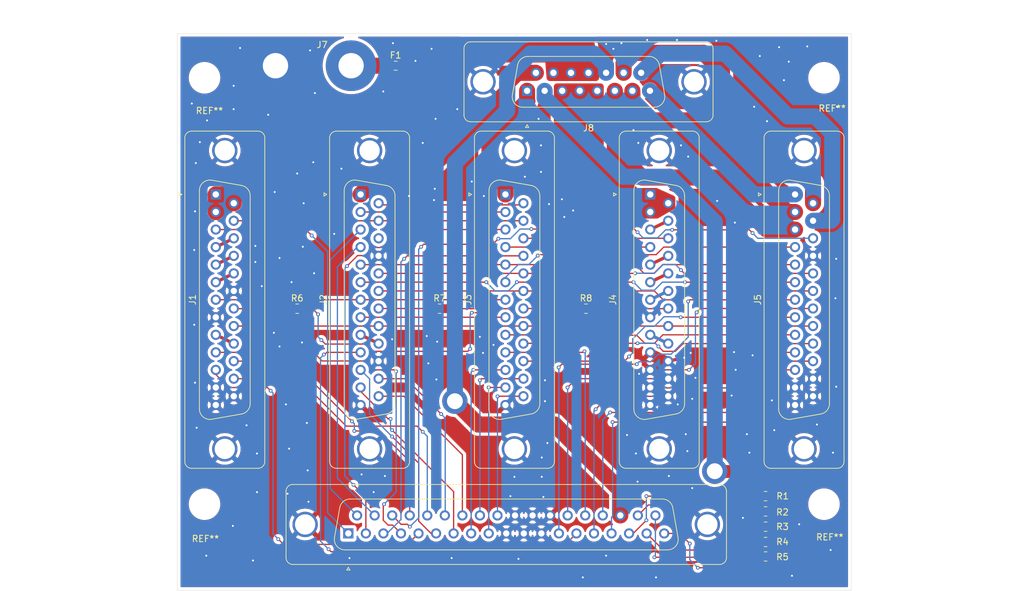
<source format=kicad_pcb>
(kicad_pcb (version 20241229) (generator "pcbnew") (generator_version "9.0")
  (layers (0 "F.Cu" signal) (2 "B.Cu" signal) (13 "F.Paste" user) (15 "B.Paste" user) (5 "F.SilkS" user "F.Silkscreen") (7 "B.SilkS" user "B.Silkscreen") (1 "F.Mask" user) (3 "B.Mask" user) (25 "Edge.Cuts" user))
  (net 0 "")
  (net 1 "Net-(J7-Pin_1)")
  (net 2 "GND")
  (net 3 "/ARINC_Serial_RX")
  (net 4 "Net-(J1-P16)")
  (net 5 "Net-(J1-P17)")
  (net 6 "Net-(J1-P22)")
  (net 7 "/GPS_AUX3")
  (net 8 "/GPS_AUX4")
  (net 9 "/ARINC_Serial_TX")
  (net 10 "Net-(J1-P18)")
  (net 11 "/ADSB_Serial")
  (net 12 "/GPS_AUX2")
  (net 13 "/Lighting_Bus")
  (net 14 "/GPS_AUX1")
  (net 15 "Net-(J1-P14)")
  (net 16 "/GPS_Audio")
  (net 17 "/MFD_AUX3")
  (net 18 "/MFD_Light")
  (net 19 "Net-(J2-P22)")
  (net 20 "/Interdisplay_PFDRX")
  (net 21 "/AP_Serial_TX")
  (net 22 "/MFD_GPS_TX")
  (net 23 "/AP_Serial_RX_1")
  (net 24 "/EIS_Serial_TX")
  (net 25 "/Interdisplay_PFDTX")
  (net 26 "/MFD_AUX4")
  (net 27 "/ARINC_Serial_RX_1")
  (net 28 "/MFD_AUX2")
  (net 29 "/Mag_Power")
  (net 30 "/MFD_Audio")
  (net 31 "/Mag_Serial_TX")
  (net 32 "/MFD_AUX1")
  (net 33 "/NavCom_SerialTX")
  (net 34 "/PFD_Light")
  (net 35 "/PFD_AUX2")
  (net 36 "/PFD_AUX1")
  (net 37 "/ARINC_Serial_RX_2")
  (net 38 "Net-(J3-Pad1)")
  (net 39 "/AP_Serial_RX_2")
  (net 40 "/PFD_AF_2")
  (net 41 "/PFD_AUX4")
  (net 42 "/PFD_Audio")
  (net 43 "/PFD_AF_1")
  (net 44 "/EIS_Serial_RX")
  (net 45 "/NavCom_Serial_TX")
  (net 46 "/PFD_AUX3")
  (net 47 "/Gear_Switch")
  (net 48 "/NavCom_Serial_RX")
  (net 49 "Net-(J4-P18)")
  (net 50 "Net-(J4-P22)")
  (net 51 "Net-(J4-P17)")
  (net 52 "Net-(J4-P19)")
  (net 53 "/Aux_Audio")
  (net 54 "Net-(J4-P15)")
  (net 55 "Net-(J4-P14)")
  (net 56 "/EIS_Light")
  (net 57 "/R_Fuel_Light")
  (net 58 "Net-(J5-P14)")
  (net 59 "/MZ30_Enable")
  (net 60 "/AP_Serial_RX")
  (net 61 "/L_Fuel_Light")
  (net 62 "/MZ30_Enable_GND")
  (net 63 "Net-(J9-Pad36)")
  (net 64 "Net-(J9-Pad37)")
  (net 65 "Net-(J9-Pad19)")
  (net 66 "Net-(J9-Pad18)")
  (net 67 "Net-(J9-Pad17)")
  (net 68 "Net-(J5-Pad3)")
  (net 69 "Net-(J8-P9)")
  (net 70 "Net-(J8-Pad2)")
  (net 71 "Net-(J8-P13)")
  (net 72 "Net-(J5-P15)")
  (net 73 "Net-(J5-Pad2)")
  (net 74 "Net-(J5-Pad1)")
  (footprint "Resistor_SMD:R_0805_2012Metric" (layer "F.Cu") (at 115.57 104.394)
    (property "Reference" "R6")
    (property "Value" "470R")
  )
  (footprint "Connector_Dsub:DSUB-37_Socket_Vertical_P2.77x2.84mm_MountingHoles" (layer "F.Cu") (at 123.641 139.873 180)
    (property "Reference" "J9" (hide yes))
    (property "Value" "Switches_Indicators")
  )
  (footprint "MountingHole:MountingHole_4mm_Pad_TopBottom" (layer "F.Cu") (at 112.141 66.04)
    (property "Reference" "J6" (hide yes))
    (property "Value" "GND1")
  )
  (footprint "MountingHole:MountingHole_4.3mm_M4_ISO7380" (layer "F.Cu") (at 100.9396 67.945)
    (property "Reference" "REF**")
    (property "Value" "MountingHole_4.3mm_M4_ISO7380")
  )
  (footprint "Resistor_SMD:R_0805_2012Metric" (layer "F.Cu") (at 138.049 104.394)
    (property "Reference" "R7")
    (property "Value" "470R")
  )
  (footprint "Resistor_SMD:R_0805_2012Metric" (layer "F.Cu") (at 189.5075 138.811)
    (property "Reference" "R3")
    (property "Value" "0R")
  )
  (footprint "Connector_Dsub:DSUB-25_Socket_Vertical_P2.77x2.84mm_MountingHoles" (layer "F.Cu") (at 148.44 86.36 90)
    (property "Reference" "J3")
    (property "Value" "PFD")
  )
  (footprint "MountingHole:MountingHole_4.3mm_M4_ISO7380" (layer "F.Cu") (at 198.7296 67.945)
    (property "Reference" "REF**")
    (property "Value" "MountingHole_4.3mm_M4_ISO7380")
  )
  (footprint "Fuse:Fuse_0805_2012Metric" (layer "F.Cu") (at 131.1125 66.04)
    (property "Reference" "F1")
    (property "Value" "20A")
  )
  (footprint "Resistor_SMD:R_0805_2012Metric" (layer "F.Cu") (at 189.5075 141.224)
    (property "Reference" "R4")
    (property "Value" "0R")
  )
  (footprint "Resistor_SMD:R_0805_2012Metric" (layer "F.Cu") (at 161.163 104.394)
    (property "Reference" "R8")
    (property "Value" "470R")
  )
  (footprint "MountingHole:MountingHole_4mm_Pad_TopBottom" (layer "F.Cu") (at 124.079 66.04)
    (property "Reference" "J7")
    (property "Value" "GND2")
  )
  (footprint "Connector_Dsub:DSUB-15_Socket_Vertical_P2.77x2.84mm_MountingHoles" (layer "F.Cu") (at 151.862 70 180)
    (property "Reference" "J8")
    (property "Value" "Power_In")
  )
  (footprint "MountingHole:MountingHole_4.3mm_M4_ISO7380" (layer "F.Cu") (at 100.9396 135.255)
    (property "Reference" "REF**")
    (property "Value" "MountingHole_4.3mm_M4_ISO7380")
  )
  (footprint "Resistor_SMD:R_0805_2012Metric" (layer "F.Cu") (at 189.5075 133.985)
    (property "Reference" "R1")
    (property "Value" "0R")
  )
  (footprint "Connector_Dsub:DSUB-25_Socket_Vertical_P2.77x2.84mm_MountingHoles" (layer "F.Cu") (at 171.3 86.36 90)
    (property "Reference" "J4")
    (property "Value" "NavCom")
  )
  (footprint "Connector_Dsub:DSUB-25_Socket_Vertical_P2.77x2.84mm_MountingHoles" (layer "F.Cu") (at 125.58 86.36 90)
    (property "Reference" "J2")
    (property "Value" "MFD")
  )
  (footprint "Connector_Dsub:DSUB-25_Socket_Vertical_P2.77x2.84mm_MountingHoles" (layer "F.Cu") (at 194.16 86.36 90)
    (property "Reference" "J5")
    (property "Value" "Airframe")
  )
  (footprint "Resistor_SMD:R_0805_2012Metric" (layer "F.Cu") (at 189.5075 143.51)
    (property "Reference" "R5")
    (property "Value" "0R")
  )
  (footprint "MountingHole:MountingHole_4.3mm_M4_ISO7380" (layer "F.Cu") (at 198.7296 135.255)
    (property "Reference" "REF**")
    (property "Value" "MountingHole_4.3mm_M4_ISO7380")
  )
  (footprint "Resistor_SMD:R_0805_2012Metric" (layer "F.Cu") (at 189.5075 136.398)
    (property "Reference" "R2")
    (property "Value" "0R")
  )
  (footprint "Connector_Dsub:DSUB-25_Socket_Vertical_P2.77x2.84mm_MountingHoles" (layer "F.Cu") (at 102.72014 86.36 90)
    (property "Reference" "J1")
    (property "Value" "GPS/ARINC")
  )
  (gr_poly (pts (xy 156.591 69.342) (xy 156.591 82.423) (xy 163.576 89.662) (xy 172.339 89.662) (xy 174.752 88.265) (xy 174.752 86.995) (xy 172.212 85.852) (xy 169.037 85.852) (xy 163.449 80.264) (xy 163.449 69.342)) (stroke (width 1.016)) (fill yes) (layer "F.Cu") (net 55))
  (gr_poly (pts (xy 162.722932 67.183) (xy 161.960932 62.23) (xy 154.975932 62.23) (xy 155.448 67.945) (xy 162.722932 67.945)) (stroke (width 1.016)) (fill yes) (layer "F.Cu") (net 15))
  (gr_rect (start 96.647 60.96) (end 203.0222 148.844) (stroke (width 0.05)) (fill no) (layer "Edge.Cuts"))
  (segment (start 124.079 66.04) (end 130.0915 66.04) (width 2.54) (layer "F.Cu") (net 1))
  (segment (start 174.14 112.675) (end 171.3 114.06) (width 1.27) (layer "F.Cu") (net 2))
  (segment (start 174.14 112.675) (end 176.657 112.141) (width 0.508) (layer "F.Cu") (net 2))
  (segment (start 171.3 111.29) (end 174.14 112.675) (width 1.27) (layer "F.Cu") (net 2))
  (via (at 170.815 61.976) (size 0.6) (drill 0.3) (layers "F.Cu" "B.Cu") (net 2))
  (via (at 169.545 114.681) (size 0.6) (drill 0.3) (layers "F.Cu" "B.Cu") (net 2))
  (via (at 184.785 114.046) (size 0.6) (drill 0.3) (layers "F.Cu" "B.Cu") (net 2))
  (via (at 166.751 62.484) (size 0.6) (drill 0.3) (layers "F.Cu" "B.Cu") (net 2))
  (via (at 169.037 127.254) (size 0.6) (drill 0.3) (layers "F.Cu" "B.Cu") (net 2))
  (via (at 136.017 108.712) (size 0.6) (drill 0.3) (layers "F.Cu" "B.Cu") (net 2))
  (via (at 135.382 78.232) (size 0.6) (drill 0.3) (layers "F.Cu" "B.Cu") (net 2))
  (via (at 175.641 119.507) (size 0.6) (drill 0.3) (layers "F.Cu" "B.Cu") (net 2))
  (via (at 146.558 110.109) (size 0.6) (drill 0.3) (layers "F.Cu" "B.Cu") (net 2))
  (via (at 177.165 126.873) (size 0.6) (drill 0.3) (layers "F.Cu" "B.Cu") (net 2))
  (via (at 192.405 68.326) (size 0.6) (drill 0.3) (layers "F.Cu" "B.Cu") (net 2))
  (via (at 176.149 78.613) (size 0.6) (drill 0.3) (layers "F.Cu" "B.Cu") (net 2))
  (via (at 191.643 63.119) (size 0.6) (drill 0.3) (layers "F.Cu" "B.Cu") (net 2))
  (via (at 164.338 62.611) (size 0.6) (drill 0.3) (layers "F.Cu" "B.Cu") (net 2))
  (via (at 176.657 112.141) (size 0.6) (drill 0.3) (layers "F.Cu" "B.Cu") (net 2))
  (via (at 149.225 133.985) (size 0.6) (drill 0.3) (layers "F.Cu" "B.Cu") (net 2))
  (via (at 136.271 113.03) (size 0.6) (drill 0.3) (layers "F.Cu" "B.Cu") (net 2))
  (via (at 154.686 118.999) (size 0.6) (drill 0.3) (layers "F.Cu" "B.Cu") (net 2))
  (via (at 185.928 137.414) (size 0.6) (drill 0.3) (layers "F.Cu" "B.Cu") (net 2))
  (via (at 101.219 143.383) (size 0.6) (drill 0.3) (layers "F.Cu" "B.Cu") (net 2))
  (via (at 184.531 111.252) (size 0.6) (drill 0.3) (layers "F.Cu" "B.Cu") (net 2))
  (via (at 133.223 86.614) (size 0.6) (drill 0.3) (layers "F.Cu" "B.Cu") (net 2))
  (via (at 200.533 102.743) (size 0.6) (drill 0.3) (layers "F.Cu" "B.Cu") (net 2))
  (via (at 115.57 83.058) (size 0.6) (drill 0.3) (layers "F.Cu" "B.Cu") (net 2))
  (via (at 165.481 63.373) (size 0.6) (drill 0.3) (layers "F.Cu" "B.Cu") (net 2))
  (via (at 175.514 61.976) (size 0.6) (drill 0.3) (layers "F.Cu" "B.Cu") (net 2))
  (via (at 109.22 133.35) (size 0.6) (drill 0.3) (layers "F.Cu" "B.Cu") (net 2))
  (via (at 174.244 130.81) (size 0.6) (drill 0.3) (layers "F.Cu" "B.Cu") (net 2))
  (via (at 130.556 109.22) (size 0.6) (drill 0.3) (layers "F.Cu" "B.Cu") (net 2))
  (via (at 105.41 138.684) (size 0.6) (drill 0.3) (layers "F.Cu" "B.Cu") (net 2))
  (via (at 121.412 92.583) (size 0.6) (drill 0.3) (layers "F.Cu" "B.Cu") (net 2))
  (via (at 200.66 96.52) (size 0.6) (drill 0.3) (layers "F.Cu" "B.Cu") (net 2))
  (via (at 149.86 130.937) (size 0.6) (drill 0.3) (layers "F.Cu" "B.Cu") (net 2))
  (via (at 154.432 134.112) (size 0.6) (drill 0.3) (layers "F.Cu" "B.Cu") (net 2))
  (via (at 186.563 124.206) (size 0.6) (drill 0.3) (layers "F.Cu" "B.Cu") (net 2))
  (via (at 172.212 146.812) (size 0.6) (drill 0.3) (layers "F.Cu" "B.Cu") (net 2))
  (via (at 176.911 124.206) (size 0.6) (drill 0.3) (layers "F.Cu" "B.Cu") (net 2))
  (via (at 154.178 130.937) (size 0.6) (drill 0.3) (layers "F.Cu" "B.Cu") (net 2))
  (via (at 130.683 62.484) (size 0.6) (drill 0.3) (layers "F.Cu" "B.Cu") (net 2))
  (via (at 169.291 131.699) (size 0.6) (drill 0.3) (layers "F.Cu" "B.Cu") (net 2))
  (via (at 137.668 109.601) (size 0.6) (drill 0.3) (layers "F.Cu" "B.Cu") (net 2))
  (via (at 137.16 87.249) (size 0.6) (drill 0.3) (layers "F.Cu" "B.Cu") (net 2))
  (via (at 101.346 74.676) (size 0.6) (drill 0.3) (layers "F.Cu" "B.Cu") (net 2))
  (via (at 107.569 122.809) (size 0.6) (drill 0.3) (layers "F.Cu" "B.Cu") (net 2))
  (via (at 200.787 72.517) (size 0.6) (drill 0.3) (layers "F.Cu" "B.Cu") (net 2))
  (via (at 112.776 96.393) (size 0.6) (drill 0.3) (layers "F.Cu" "B.Cu") (net 2))
  (via (at 99.441 116.078) (size 0.6) (drill 0.3) (layers "F.Cu" "B.Cu") (net 2))
  (via (at 106.553 63.246) (size 0.6) (drill 0.3) (layers "F.Cu" "B.Cu") (net 2))
  (via (at 140.843 72.898) (size 0.6) (drill 0.3) (layers "F.Cu" "B.Cu") (net 2))
  (via (at 100.203 78.105) (size 0.6) (drill 0.3) (layers "F.Cu" "B.Cu") (net 2))
  (via (at 157.734 89.916) (size 0.6) (drill 0.3) (layers "F.Cu" "B.Cu") (net 2))
  (via (at 108.585 144.145) (size 0.6) (drill 0.3) (layers "F.Cu" "B.Cu") (net 2))
  (via (at 112.014 85.979) (size 0.6) (drill 0.3) (layers "F.Cu" "B.Cu") (net 2))
  (via (at 155.321 87.884) (size 0.6) (drill 0.3) (layers "F.Cu" "B.Cu") (net 2))
  (via (at 123.825 143.764) (size 0.6) (drill 0.3) (layers "F.Cu" "B.Cu") (net 2))
  (via (at 200.152 127.127) (size 0.6) (drill 0.3) (layers "F.Cu" "B.Cu") (net 2))
  (via (at 143.129 84.328) (size 0.6) (drill 0.3) (layers "F.Cu" "B.Cu") (net 2))
  (via (at 178.435 115.316) (size 0.6) (drill 0.3) (layers "F.Cu" "B.Cu") (net 2))
  (via (at 108.966 97.028) (size 0.6) (drill 0.3) (layers "F.Cu" "B.Cu") (net 2))
  (via (at 200.66 116.713) (size 0.6) (drill 0.3) (layers "F.Cu" "B.Cu") (net 2))
  (via (at 187.452 111.76) (size 0.6) (drill 0.3) (layers "F.Cu" "B.Cu") (net 2))
  (via (at 154.051 78.613) (size 0.6) (drill 0.3) (layers "F.Cu" "B.Cu") (net 2))
  (via (at 196.088 62.992) (size 0.6) (drill 0.3) (layers "F.Cu" "B.Cu") (net 2))
  (via (at 137.541 115.57) (size 0.6) (drill 0.3) (layers "F.Cu" "B.Cu") (net 2))
  (via (at 151.511 83.566) (size 0.6) (drill 0.3) (layers "F.Cu" "B.Cu") (net 2))
  (via (at 116.332 109.728) (size 0.6) (drill 0.3) (layers "F.Cu" "B.Cu") (net 2))
  (via (at 197.612 122.682) (size 0.6) (drill 0.3) (layers "F.Cu" "B.Cu") (net 2))
  (via (at 199.771 142.494) (size 0.6) (drill 0.3) (layers "F.Cu" "B.Cu") (net 2))
  (via (at 99.695 123.19) (size 0.6) (drill 0.3) (layers "F.Cu" "B.Cu") (net 2))
  (via (at 168.656 76.2) (size 0.6) (drill 0.3) (layers "F.Cu" "B.Cu") (net 2))
  (via (at 189.738 74.803) (size 0.6) (drill 0.3) (layers "F.Cu" "B.Cu") (net 2))
  (via (at 136.779 63.373) (size 0.6) (drill 0.3) (layers "F.Cu" "B.Cu") (net 2))
  (via (at 99.568 81.407) (size 0.6) (drill 0.3) (layers "F.Cu" "B.Cu") (net 2))
  (via (at 177.927 132.715) (size 0.6) (drill 0.3) (layers "F.Cu" "B.Cu") (net 2))
  (via (at 154.686 115.697) (size 0.6) (drill 0.3) (layers "F.Cu" "B.Cu") (net 2))
  (via (at 154.178 127.889) (size 0.6) (drill 0.3) (layers "F.Cu" "B.Cu") (net 2))
  (via (at 181.737 62.103) (size 0.6) (drill 0.3) (layers "F.Cu" "B.Cu") (net 2))
  (via (at 187.706 72.517) (size 0.6) (drill 0.3) (layers "F.Cu" "B.Cu") (net 2))
  (via (at 137.414 74.422) (size 0.6) (drill 0.3) (layers "F.Cu" "B.Cu") (net 2))
  (via (at 159.131 88.9) (size 0.6) (drill 0.3) (layers "F.Cu" "B.Cu") (net 2))
  (via (at 122.555 82.296) (size 0.6) (drill 0.3) (layers "F.Cu" "B.Cu") (net 2))
  (via (at 184.15 118.11) (size 0.6) (drill 0.3) (layers "F.Cu" "B.Cu") (net 2))
  (via (at 105.537 69.215) (size 0.6) (drill 0.3) (layers "F.Cu" "B.Cu") (net 2))
  (via (at 108.966 94.488) (size 0.6) (drill 0.3) (layers "F.Cu" "B.Cu") (net 2))
  (via (at 117.602 63.627) (size 0.6) (drill 0.3) (layers "F.Cu" "B.Cu") (net 2))
  (via (at 117.221 129.921) (size 0.6) (drill 0.3) (layers "F.Cu" "B.Cu") (net 2))
  (via (at 113.792 119.507) (size 0.6) (drill 0.3) (layers "F.Cu" "B.Cu") (net 2))
  (via (at 134.239 65.278) (size 0.6) (drill 0.3) (layers "F.Cu" "B.Cu") (net 2))
  (via (at 129.413 130.81) (size 0.6) (drill 0.3) (layers "F.Cu" "B.Cu") (net 2))
  (via (at 114.046 133.604) (size 0.6) (drill 0.3) (layers "F.Cu" "B.Cu") (net 2))
  (via (at 99.314 95.123) (size 0.6) (drill 0.3) (layers "F.Cu" "B.Cu") (net 2))
  (via (at 157.353 87.122) (size 0.6) (drill 0.3) (layers "F.Cu" "B.Cu") (net 2))
  (via (at 109.22 127.254) (size 0.6) (drill 0.3) (layers "F.Cu" "B.Cu") (net 2))
  (via (at 184.658 90.805) (size 0.6) (drill 0.3) (layers "F.Cu" "B.Cu") (net 2))
  (via (at 193.167 65.405) (size 0.6) (drill 0.3) (layers "F.Cu" "B.Cu") (net 2))
  (via (at 193.675 146.558) (size 0.6) (drill 0.3) (layers "F.Cu" "B.Cu") (net 2))
  (via (at 155.067 125.603) (size 0.6) (drill 0.3) (layers "F.Cu" "B.Cu") (net 2))
  (via (at 188.595 64.516) (size 0.6) (drill 0.3) (layers "F.Cu" "B.Cu") (net 2))
  (via (at 105.537 72.898) (size 0.6) (drill 0.3) (layers "F.Cu" "B.Cu") (net 2))
  (via (at 118.364 70.358) (size 0.6) (drill 0.3) (layers "F.Cu" "B.Cu") (net 2))
  (via (at 177.292 80.391) (size 0.6) (drill 0.3) (layers "F.Cu" "B.Cu") (net 2))
  (via (at 181.864 87.376) (size 0.6) (drill 0.3) (layers "F.Cu" "B.Cu") (net 2))
  (via (at 114.3 126.492) (size 0.6) (drill 0.3) (layers "F.Cu" "B.Cu") (net 2))
  (via (at 169.418 78.232) (size 0.6) (drill 0.3) (layers "F.Cu" "B.Cu") (net 2))
  (via (at 110.998 73.787) (size 0.6) (drill 0.3) (layers "F.Cu" "B.Cu") (net 2))
  (via (at 99.441 89.027) (size 0.6) (drill 0.3) (layers "F.Cu" "B.Cu") (net 2))
  (via (at 137.287 85.471) (size 0.6) (drill 0.3) (layers "F.Cu" "B.Cu") (net 2))
  (via (at 194.818 138.43) (size 0.6) (drill 0.3) (layers "F.Cu" "B.Cu") (net 2))
  (via (at 129.159 70.104) (size 0.6) (drill 0.3) (layers "F.Cu" "B.Cu") (net 2))
  (via (at 99.314 106.934) (size 0.6) (drill 0.3) (layers "F.Cu" "B.Cu") (net 2))
  (via (at 116.459 94.615) (size 0.6) (drill 0.3) (layers "F.Cu" "B.Cu") (net 2))
  (via (at 144.907 111.379) (size 0.6) (drill 0.3) (layers "F.Cu" "B.Cu") (net 2))
  (via (at 167.64 124.333) (size 0.6) (drill 0.3) (layers "F.Cu" "B.Cu") (net 2))
  (via (at 111.887 108.204) (size 0.6) (drill 0.3) (layers "F.Cu" "B.Cu") (net 2))
  (via (at 190.5 118.872) (size 0.6) (drill 0.3) (layers "F.Cu" "B.Cu") (net 2))
  (via (at 154.051 82.804) (size 0.6) (drill 0.3) (layers "F.Cu" "B.Cu") (net 2))
  (via (at 98.933 72.009) (size 0.6) (drill 0.3) (layers "F.Cu" "B.Cu") (net 2))
  (via (at 116.586 87.757) (size 0.6) (drill 0.3) (layers "F.Cu" "B.Cu") (net 2))
  (via (at 117.094 122.428) (size 0.6) (drill 0.3) (layers "F.Cu" "B.Cu") (net 2))
  (via (at 118.11 81.28) (size 0.6) (drill 0.3) (layers "F.Cu" "B.Cu") (net 2))
  (via (at 114.681 100.203) (size 0.6) (drill 0.3) (layers "F.Cu" "B.Cu") (net 2))
  (via (at 150.495 143.891) (size 0.6) (drill 0.3) (layers "F.Cu" "B.Cu") (net 2))
  (via (at 177.927 118.618) (size 0.6) (drill 0.3) (layers "F.Cu" "B.Cu") (net 2))
  (via (at 160.655 146.812) (size 0.6) (drill 0.3) (layers "F.Cu" "B.Cu") (net 2))
  (via (at 125.73 130.556) (size 0.6) (drill 0.3) (layers "F.Cu" "B.Cu") (net 2))
  (via (at 164.338 143.383) (size 0.6) (drill 0.3) (layers "F.Cu" "B.Cu") (net 2))
  (via (at 153.67 74.422) (size 0.6) (drill 0.3) (layers "F.Cu" "B.Cu") (net 2))
  (via (at 117.348 134.874) (size 0.6) (drill 0.3) (layers "F.Cu" "B.Cu") (net 2))
  (via (at 112.776 110.363) (size 0.6) (drill 0.3) (layers "F.Cu" "B.Cu") (net 2))
  (via (at 145.034 86.614) (size 0.6) (drill 0.3) (layers "F.Cu" "B.Cu") (net 2))
  (via (at 139.954 143.764) (size 0.6) (drill 0.3) (layers "F.Cu" "B.Cu") (net 2))
  (via (at 177.673 111.379) (size 0.6) (drill 0.3) (layers "F.Cu" "B.Cu") (net 2))
  (via (at 127.635 133.35) (size 0.6) (drill 0.3) (layers "F.Cu" "B.Cu") (net 2))
  (via (at 118.237 98.806) (size 0.6) (drill 0.3) (layers "F.Cu" "B.Cu") (net 2))
  (via (at 186.944 127.127) (size 0.6) (drill 0.3) (layers "F.Cu" "B.Cu") (net 2))
  (via (at 144.399 108.839) (size 0.6) (drill 0.3) (layers "F.Cu" "B.Cu") (net 2))
  (via (at 109.982 100.838) (size 0.6) (drill 0.3) (layers "F.Cu" "B.Cu") (net 2))
  (via (at 190.881 123.571) (size 0.6) (drill 0.3) (layers "F.Cu" "B.Cu") (net 2))
  (via (at 147.32 66.548) (size 0.6) (drill 0.3) (layers "F.Cu" "B.Cu") (net 2))
  (segment (start 171.3 116.83) (end 174.14 118.215) (width 1.27) (layer "B.Cu") (net 2))
  (segment (start 174.14 118.215) (end 171.3 119.6) (width 1.27) (layer "B.Cu") (net 2))
  (segment (start 171.3 114.06) (end 174.14 115.445) (width 1.27) (layer "B.Cu") (net 2))
  (segment (start 174.14 115.445) (end 171.3 116.83) (width 1.27) (layer "B.Cu") (net 2))
  (segment (start 102.72014 91.9) (end 116.919 91.9) (width 0.2) (layer "F.Cu") (net 3))
  (segment (start 116.919 91.9) (end 117.856 92.837) (width 0.2) (layer "F.Cu") (net 3))
  (via (at 117.856 92.837) (size 0.6) (drill 0.3) (layers "F.Cu" "B.Cu") (net 3))
  (segment (start 117.856 92.837) (end 120.376 95.357) (width 0.2) (layer "B.Cu") (net 3))
  (segment (start 120.376 136.608) (end 123.641 139.873) (width 0.2) (layer "B.Cu") (net 3))
  (segment (start 120.376 95.357) (end 120.376 136.608) (width 0.2) (layer "B.Cu") (net 3))
  (segment (start 102.72014 94.67) (end 105.56014 93.285) (width 0.508) (layer "F.Cu") (net 4))
  (segment (start 102.72014 94.67) (end 103.0763 94.31384) (width 0.508) (layer "B.Cu") (net 4))
  (segment (start 102.72014 97.44) (end 105.56014 96.055) (width 0.508) (layer "F.Cu") (net 5))
  (segment (start 102.72014 97.44) (end 103.0763 97.08384) (width 0.508) (layer "B.Cu") (net 5))
  (segment (start 102.72014 108.52) (end 105.56014 109.905) (width 0.508) (layer "F.Cu") (net 6))
  (segment (start 105.203981 109.54884) (end 105.56014 109.905) (width 0.508) (layer "B.Cu") (net 6))
  (segment (start 113.411 141.605) (end 132.989 141.605) (width 0.2) (layer "F.Cu") (net 7))
  (segment (start 132.989 141.605) (end 134.721 139.873) (width 0.2) (layer "F.Cu") (net 7))
  (segment (start 110.871 116.84) (end 104.775 116.84) (width 0.2) (layer "F.Cu") (net 7))
  (segment (start 102.72014 114.78514) (end 102.72014 114.06) (width 0.2) (layer "F.Cu") (net 7))
  (segment (start 111.379 117.348) (end 110.871 116.84) (width 0.2) (layer "F.Cu") (net 7))
  (segment (start 104.775 116.84) (end 102.72014 114.78514) (width 0.2) (layer "F.Cu") (net 7))
  (segment (start 112.5855 140.7795) (end 113.411 141.605) (width 0.2) (layer "F.Cu") (net 7))
  (via (at 111.379 117.348) (size 0.6) (drill 0.3) (layers "F.Cu" "B.Cu") (net 7))
  (via (at 112.5855 140.7795) (size 0.6) (drill 0.3) (layers "F.Cu" "B.Cu") (net 7))
  (segment (start 111.76 139.954) (end 111.76 117.729) (width 0.2) (layer "B.Cu") (net 7))
  (segment (start 112.5855 140.7795) (end 111.76 139.954) (width 0.2) (layer "B.Cu") (net 7))
  (segment (start 111.76 117.729) (end 111.379 117.348) (width 0.2) (layer "B.Cu") (net 7))
  (segment (start 123.317 122.936) (end 115.826 115.445) (width 0.2) (layer "F.Cu") (net 8))
  (segment (start 115.826 115.445) (end 105.56014 115.445) (width 0.2) (layer "F.Cu") (net 8))
  (segment (start 134.493 122.936) (end 123.317 122.936) (width 0.2) (layer "F.Cu") (net 8))
  (segment (start 135.382 123.825) (end 134.493 122.936) (width 0.2) (layer "F.Cu") (net 8))
  (via (at 135.382 123.825) (size 0.6) (drill 0.3) (layers "F.Cu" "B.Cu") (net 8))
  (segment (start 136.106 124.549) (end 136.106 137.033) (width 0.2) (layer "B.Cu") (net 8))
  (segment (start 135.382 123.825) (end 136.106 124.549) (width 0.2) (layer "B.Cu") (net 8))
  (segment (start 128.42 90.515) (end 151.28 90.515) (width 0.2032) (layer "F.Cu") (net 9))
  (segment (start 105.56014 90.515) (end 128.42 90.515) (width 0.2032) (layer "F.Cu") (net 9))
  (segment (start 102.72014 100.21) (end 105.56014 98.825) (width 0.508) (layer "F.Cu") (net 10))
  (segment (start 102.72014 100.21) (end 103.0763 99.85384) (width 0.508) (layer "B.Cu") (net 10))
  (segment (start 125.58 102.98) (end 148.44 102.98) (width 0.2032) (layer "F.Cu") (net 11))
  (segment (start 102.72014 102.98) (end 125.58 102.98) (width 0.2032) (layer "F.Cu") (net 11))
  (segment (start 133.336 128.51) (end 128.524 123.698) (width 0.2) (layer "F.Cu") (net 12))
  (segment (start 133.336 137.033) (end 133.336 128.51) (width 0.2) (layer "F.Cu") (net 12))
  (segment (start 114.707 112.675) (end 105.56014 112.675) (width 0.2) (layer "F.Cu") (net 12))
  (segment (start 124.206 122.174) (end 114.707 112.675) (width 0.2) (layer "F.Cu") (net 12))
  (segment (start 128.524 123.698) (end 124.587 123.698) (width 0.2) (layer "F.Cu") (net 12))
  (via (at 124.587 123.698) (size 0.6) (drill 0.3) (layers "F.Cu" "B.Cu") (net 12))
  (via (at 124.206 122.174) (size 0.6) (drill 0.3) (layers "F.Cu" "B.Cu") (net 12))
  (segment (start 124.587 123.698) (end 124.587 122.555) (width 0.2) (layer "B.Cu") (net 12))
  (segment (start 124.587 122.555) (end 124.206 122.174) (width 0.2) (layer "B.Cu") (net 12))
  (segment (start 174.14 107.135) (end 197 107.135) (width 0.2032) (layer "F.Cu") (net 13))
  (segment (start 105.56014 107.135) (end 128.42 107.135) (width 0.2032) (layer "F.Cu") (net 13))
  (segment (start 128.42 107.135) (end 151.28 107.135) (width 0.2032) (layer "F.Cu") (net 13))
  (segment (start 151.28 107.135) (end 174.14 107.135) (width 0.2032) (layer "F.Cu") (net 13))
  (segment (start 129.286 135.255) (end 129.159 135.382) (width 0.2) (layer "F.Cu") (net 14))
  (segment (start 129.921 138.557) (end 130.635 138.557) (width 0.2) (layer "F.Cu") (net 14))
  (segment (start 129.159 137.795) (end 129.921 138.557) (width 0.2) (layer "F.Cu") (net 14))
  (segment (start 118.148 111.29) (end 119.507 112.649) (width 0.2) (layer "F.Cu") (net 14))
  (segment (start 130.635 138.557) (end 131.951 139.873) (width 0.2) (layer "F.Cu") (net 14))
  (segment (start 119.507 112.649) (end 126.238 112.649) (width 0.2) (layer "F.Cu") (net 14))
  (segment (start 130.937 114.046) (end 131.191 114.3) (width 0.2) (layer "F.Cu") (net 14))
  (segment (start 129.159 135.382) (end 129.159 137.795) (width 0.2) (layer "F.Cu") (net 14))
  (segment (start 126.238 112.649) (end 127.635 114.046) (width 0.2) (layer "F.Cu") (net 14))
  (segment (start 127.635 114.046) (end 130.937 114.046) (width 0.2) (layer "F.Cu") (net 14))
  (segment (start 102.72014 111.29) (end 118.148 111.29) (width 0.2) (layer "F.Cu") (net 14))
  (via (at 131.191 114.3) (size 0.6) (drill 0.3) (layers "F.Cu" "B.Cu") (net 14))
  (via (at 129.286 135.255) (size 0.6) (drill 0.3) (layers "F.Cu" "B.Cu") (net 14))
  (segment (start 131.191 133.35) (end 129.286 135.255) (width 0.2) (layer "B.Cu") (net 14))
  (segment (start 131.191 114.3) (end 131.191 133.35) (width 0.2) (layer "B.Cu") (net 14))
  (segment (start 142.748 63.627) (end 157.226 63.627) (width 3.81) (layer "F.Cu") (net 15))
  (segment (start 102.72014 89.13) (end 104.10514 87.745) (width 2.54) (layer "F.Cu") (net 15))
  (segment (start 104.10514 87.745) (end 105.56014 87.745) (width 2.54) (layer "F.Cu") (net 15))
  (segment (start 102.72014 86.36) (end 102.72014 89.13) (width 2.54) (layer "F.Cu") (net 15))
  (segment (start 157.226 63.627) (end 157.607 64.008) (width 3.81) (layer "F.Cu") (net 15))
  (segment (start 102.72014 86.36) (end 105.283 86.36) (width 2.54) (layer "F.Cu") (net 15))
  (segment (start 117.348 74.295) (end 132.08 74.295) (width 3.81) (layer "F.Cu") (net 15))
  (segment (start 132.08 74.295) (end 142.748 63.627) (width 3.81) (layer "F.Cu") (net 15))
  (segment (start 105.283 86.36) (end 117.348 74.295) (width 3.81) (layer "F.Cu") (net 15))
  (segment (start 114.6575 104.394) (end 105.58914 104.394) (width 0.2032) (layer "F.Cu") (net 16))
  (segment (start 105.58914 104.394) (end 105.56014 104.365) (width 0.2032) (layer "F.Cu") (net 16))
  (segment (start 129.921 121.793) (end 125.58 117.452) (width 0.2) (layer "F.Cu") (net 17))
  (segment (start 125.58 117.452) (end 125.58 116.83) (width 0.2) (layer "F.Cu") (net 17))
  (segment (start 140.261 133.276) (end 140.261 139.873) (width 0.2) (layer "F.Cu") (net 17))
  (segment (start 130.302 121.793) (end 129.921 121.793) (width 0.2) (layer "F.Cu") (net 17))
  (segment (start 130.556 123.571) (end 140.261 133.276) (width 0.2) (layer "F.Cu") (net 17))
  (via (at 130.302 121.793) (size 0.6) (drill 0.3) (layers "F.Cu" "B.Cu") (net 17))
  (via (at 130.556 123.571) (size 0.6) (drill 0.3) (layers "F.Cu" "B.Cu") (net 17))
  (segment (start 130.302 123.317) (end 130.302 121.793) (width 0.2) (layer "B.Cu") (net 17))
  (segment (start 130.556 123.571) (end 130.302 123.317) (width 0.2) (layer "B.Cu") (net 17))
  (segment (start 119.776 111.633) (end 119.888 111.633) (width 0.2) (layer "F.Cu") (net 18))
  (segment (start 119.888 111.633) (end 120.231 111.29) (width 0.2) (layer "F.Cu") (net 18))
  (segment (start 120.523 142.367) (end 120.904 142.748) (width 0.2) (layer "F.Cu") (net 18))
  (segment (start 120.904 142.748) (end 156.776 142.748) (width 0.2) (layer "F.Cu") (net 18))
  (segment (start 120.231 111.29) (end 125.58 111.29) (width 0.2) (layer "F.Cu") (net 18))
  (segment (start 156.776 142.748) (end 159.651 139.873) (width 0.2) (layer "F.Cu") (net 18))
  (via (at 119.776 111.633) (size 0.6) (drill 0.3) (layers "F.Cu" "B.Cu") (net 18))
  (via (at 120.523 142.367) (size 0.6) (drill 0.3) (layers "F.Cu" "B.Cu") (net 18))
  (segment (start 119.253 112.156) (end 119.776 111.633) (width 0.2) (layer "B.Cu") (net 18))
  (segment (start 119.253 141.097) (end 119.253 112.156) (width 0.2) (layer "B.Cu") (net 18))
  (segment (start 120.523 142.367) (end 119.253 141.097) (width 0.2) (layer "B.Cu") (net 18))
  (segment (start 125.58 108.52) (end 128.42 109.905) (width 0.508) (layer "F.Cu") (net 19))
  (segment (start 128.063841 109.54884) (end 128.42 109.905) (width 0.508) (layer "B.Cu") (net 19))
  (segment (start 125.58 89.13) (end 148.44 89.13) (width 0.2032) (layer "F.Cu") (net 20))
  (segment (start 173.2605 97.44) (end 194.16 97.44) (width 0.2032) (layer "F.Cu") (net 21))
  (segment (start 171.8945 98.806) (end 173.2605 97.44) (width 0.2032) (layer "F.Cu") (net 21))
  (segment (start 168.941 97.44) (end 170.307 98.806) (width 0.2032) (layer "F.Cu") (net 21))
  (segment (start 148.44 97.44) (end 168.941 97.44) (width 0.2032) (layer "F.Cu") (net 21))
  (segment (start 125.58 97.44) (end 148.44 97.44) (width 0.2032) (layer "F.Cu") (net 21))
  (segment (start 170.307 98.806) (end 171.8945 98.806) (width 0.2032) (layer "F.Cu") (net 21))
  (segment (start 125.58 105.75) (end 148.44 105.75) (width 0.2032) (layer "F.Cu") (net 22))
  (segment (start 125.58 94.67) (end 125.04 94.67) (width 0.2) (layer "B.Cu") (net 23))
  (segment (start 121.92 97.79) (end 121.92 131.157) (width 0.2) (layer "B.Cu") (net 23))
  (segment (start 125.04 94.67) (end 121.92 97.79) (width 0.2) (layer "B.Cu") (net 23))
  (segment (start 121.92 131.157) (end 127.796 137.033) (width 0.2) (layer "B.Cu") (net 23))
  (segment (start 168.891 98.825) (end 168.91 98.806) (width 0.2) (layer "F.Cu") (net 24))
  (segment (start 168.35795 98.825) (end 168.891 98.825) (width 0.2) (layer "F.Cu") (net 24))
  (segment (start 151.28 98.825) (end 168.35795 98.825) (width 0.2032) (layer "F.Cu") (net 24))
  (segment (start 128.42 98.825) (end 151.28 98.825) (width 0.2032) (layer "F.Cu") (net 24))
  (segment (start 176.149 98.298) (end 176.676 98.825) (width 0.2) (layer "F.Cu") (net 24))
  (segment (start 176.676 98.825) (end 177.146 98.825) (width 0.2) (layer "F.Cu") (net 24))
  (segment (start 177.146 98.825) (end 197 98.825) (width 0.2032) (layer "F.Cu") (net 24))
  (via (at 176.149 98.298) (size 0.6) (drill 0.3) (layers "F.Cu" "B.Cu") (net 24))
  (via (at 168.91 98.806) (size 0.6) (drill 0.3) (layers "F.Cu" "B.Cu") (net 24))
  (segment (start 173.355 97.409) (end 175.26 97.409) (width 0.2) (layer "B.Cu") (net 24))
  (segment (start 168.91 98.806) (end 171.958 98.806) (width 0.2) (layer "B.Cu") (net 24))
  (segment (start 171.958 98.806) (end 173.355 97.409) (width 0.2) (layer "B.Cu") (net 24))
  (segment (start 175.26 97.409) (end 176.149 98.298) (width 0.2) (layer "B.Cu") (net 24))
  (segment (start 128.42 87.745) (end 128.686 88.011) (width 0.2032) (layer "F.Cu") (net 25))
  (segment (start 151.014 88.011) (end 151.28 87.745) (width 0.2032) (layer "F.Cu") (net 25))
  (segment (start 128.686 88.011) (end 151.014 88.011) (width 0.2032) (layer "F.Cu") (net 25))
  (segment (start 141.646 137.033) (end 141.646 127.461057) (width 0.2) (layer "F.Cu") (net 26))
  (segment (start 132.399943 118.215) (end 128.42 118.215) (width 0.2) (layer "F.Cu") (net 26))
  (segment (start 141.646 127.461057) (end 132.399943 118.215) (width 0.2) (layer "F.Cu") (net 26))
  (segment (start 120.777 132.784) (end 120.777 96.703) (width 0.2) (layer "B.Cu") (net 27))
  (segment (start 120.777 96.703) (end 125.58 91.9) (width 0.2) (layer "B.Cu") (net 27))
  (segment (start 125.026 137.033) (end 120.777 132.784) (width 0.2) (layer "B.Cu") (net 27))
  (segment (start 138.303 121.031) (end 132.717 115.445) (width 0.2) (layer "F.Cu") (net 28))
  (segment (start 132.717 115.445) (end 128.42 115.445) (width 0.2) (layer "F.Cu") (net 28))
  (via (at 138.303 121.031) (size 0.6) (drill 0.3) (layers "F.Cu" "B.Cu") (net 28))
  (segment (start 138.938 136.971) (end 138.938 121.666) (width 0.2) (layer "B.Cu") (net 28))
  (segment (start 138.938 121.666) (end 138.303 121.031) (width 0.2) (layer "B.Cu") (net 28))
  (segment (start 138.876 137.033) (end 138.938 136.971) (width 0.2) (layer "B.Cu") (net 28))
  (segment (start 145.415 100.203) (end 128.016 100.203) (width 0.2032) (layer "F.Cu") (net 29))
  (segment (start 176.791 100.21) (end 176.784 100.203) (width 0.2032) (layer "F.Cu") (net 29))
  (segment (start 128.009 100.21) (end 125.58 100.21) (width 0.2032) (layer "F.Cu") (net 29))
  (segment (start 168.656 100.203) (end 150.241 100.203) (width 0.2032) (layer "F.Cu") (net 29))
  (segment (start 128.016 100.203) (end 128.009 100.21) (width 0.2032) (layer "F.Cu") (net 29))
  (segment (start 194.16 100.21) (end 176.791 100.21) (width 0.2032) (layer "F.Cu") (net 29))
  (via (at 145.415 100.203) (size 0.6) (drill 0.3) (layers "F.Cu" "B.Cu") (net 29))
  (via (at 168.656 100.203) (size 0.6) (drill 0.3) (layers "F.Cu" "B.Cu") (net 29))
  (via (at 150.241 100.203) (size 0.6) (drill 0.3) (layers "F.Cu" "B.Cu") (net 29))
  (via (at 176.784 100.203) (size 0.6) (drill 0.3) (layers "F.Cu" "B.Cu") (net 29))
  (segment (start 148.9075 101.6) (end 146.812 101.6) (width 0.2032) (layer "B.Cu") (net 29))
  (segment (start 169.926 101.473) (end 168.656 100.203) (width 0.2032) (layer "B.Cu") (net 29))
  (segment (start 146.812 101.6) (end 145.415 100.203) (width 0.2032) (layer "B.Cu") (net 29))
  (segment (start 150.241 100.203) (end 150.241 100.2665) (width 0.2032) (layer "B.Cu") (net 29))
  (segment (start 173.228 100.203) (end 171.958 101.473) (width 0.2032) (layer "B.Cu") (net 29))
  (segment (start 171.958 101.473) (end 169.926 101.473) (width 0.2032) (layer "B.Cu") (net 29))
  (segment (start 150.241 100.2665) (end 148.9075 101.6) (width 0.2032) (layer "B.Cu") (net 29))
  (segment (start 176.784 100.203) (end 173.228 100.203) (width 0.2032) (layer "B.Cu") (net 29))
  (segment (start 137.1075 104.365) (end 137.1365 104.394) (width 0.2) (layer "F.Cu") (net 30))
  (segment (start 128.42 104.365) (end 137.1075 104.365) (width 0.2) (layer "F.Cu") (net 30))
  (segment (start 128.391 104.394) (end 128.42 104.365) (width 0.2) (layer "F.Cu") (net 30))
  (segment (start 171.958 101.6) (end 173.355 102.997) (width 0.2032) (layer "F.Cu") (net 31))
  (segment (start 151.285 101.6) (end 171.958 101.6) (width 0.2032) (layer "F.Cu") (net 31))
  (segment (start 173.355 102.997) (end 175.26 102.997) (width 0.2032) (layer "F.Cu") (net 31))
  (segment (start 175.26 102.997) (end 176.662 101.595) (width 0.2032) (layer "F.Cu") (net 31))
  (segment (start 151.28 101.595) (end 151.285 101.6) (width 0.2032) (layer "F.Cu") (net 31))
  (segment (start 128.42 101.595) (end 151.28 101.595) (width 0.2032) (layer "F.Cu") (net 31))
  (segment (start 176.662 101.595) (end 197 101.595) (width 0.2032) (layer "F.Cu") (net 31))
  (segment (start 130.556 124.587) (end 134.747 128.778) (width 0.2) (layer "F.Cu") (net 32))
  (segment (start 134.747 128.778) (end 134.747 137.922) (width 0.2) (layer "F.Cu") (net 32))
  (segment (start 136.698 139.873) (end 137.491 139.873) (width 0.2) (layer "F.Cu") (net 32))
  (segment (start 134.747 137.922) (end 136.698 139.873) (width 0.2) (layer "F.Cu") (net 32))
  (via (at 130.556 124.587) (size 0.6) (drill 0.3) (layers "F.Cu" "B.Cu") (net 32))
  (segment (start 127 121.031) (end 127 115.48) (width 0.2) (layer "B.Cu") (net 32))
  (segment (start 127 115.48) (end 125.58 114.06) (width 0.2) (layer "B.Cu") (net 32))
  (segment (start 130.556 124.587) (end 127 121.031) (width 0.2) (layer "B.Cu") (net 32))
  (segment (start 148.44 111.29) (end 160.744 111.29) (width 0.2) (layer "F.Cu") (net 34))
  (segment (start 160.744 111.29) (end 160.909 111.125) (width 0.2) (layer "F.Cu") (net 34))
  (via (at 160.909 111.125) (size 0.6) (drill 0.3) (layers "F.Cu" "B.Cu") (net 34))
  (segment (start 160.909 111.125) (end 161.036 111.252) (width 0.2) (layer "B.Cu") (net 34))
  (segment (start 161.036 111.252) (end 161.036 137.033) (width 0.2) (layer "B.Cu") (net 34))
  (segment (start 151.28 115.445) (end 144.651 115.445) (width 0.2) (layer "F.Cu") (net 35))
  (segment (start 144.651 115.445) (end 144.399 115.697) (width 0.2) (layer "F.Cu") (net 35))
  (via (at 144.399 115.697) (size 0.6) (drill 0.3) (layers "F.Cu" "B.Cu") (net 35))
  (segment (start 144.399 115.697) (end 144.416 115.714) (width 0.2) (layer "B.Cu") (net 35))
  (segment (start 144.416 115.714) (end 144.416 137.033) (width 0.2) (layer "B.Cu") (net 35))
  (segment (start 143.383 114.046) (end 143.397 114.06) (width 0.2) (layer "F.Cu") (net 36))
  (segment (start 143.397 114.06) (end 148.44 114.06) (width 0.2) (layer "F.Cu") (net 36))
  (via (at 143.383 114.046) (size 0.6) (drill 0.3) (layers "F.Cu" "B.Cu") (net 36))
  (segment (start 143.031 139.873) (end 143.031 114.398) (width 0.2) (layer "B.Cu") (net 36))
  (segment (start 143.031 114.398) (end 143.383 114.046) (width 0.2) (layer "B.Cu") (net 36))
  (segment (start 126.619 96.012) (end 127.889 94.742) (width 0.2) (layer "F.Cu") (net 37))
  (segment (start 127.889 94.742) (end 129.794 94.742) (width 0.2) (layer "F.Cu") (net 37))
  (segment (start 123.444 97.663) (end 125.095 96.012) (width 0.2) (layer "F.Cu") (net 37))
  (segment (start 148.44 91.9) (end 132.636 91.9) (width 0.2032) (layer "F.Cu") (net 37))
  (segment (start 125.095 96.012) (end 126.619 96.012) (width 0.2) (layer "F.Cu") (net 37))
  (segment (start 126.411 139.873) (end 126.411 134.158) (width 0.2032) (layer "F.Cu") (net 37))
  (segment (start 126.411 134.158) (end 124.46 132.207) (width 0.2032) (layer "F.Cu") (net 37))
  (segment (start 129.794 94.742) (end 132.636 91.9) (width 0.2) (layer "F.Cu") (net 37))
  (via (at 123.444 97.663) (size 0.6) (drill 0.3) (layers "F.Cu" "B.Cu") (net 37))
  (via (at 124.46 132.207) (size 0.6) (drill 0.3) (layers "F.Cu" "B.Cu") (net 37))
  (segment (start 124.46 132.207) (end 123.097 130.844) (width 0.2032) (layer "B.Cu") (net 37))
  (segment (start 123.097 130.844) (end 123.097 98.36595) (width 0.2032) (layer "B.Cu") (net 37))
  (segment (start 123.097 98.36595) (end 123.097 98.01) (width 0.2) (layer "B.Cu") (net 37))
  (segment (start 123.097 98.01) (end 123.444 97.663) (width 0.2) (layer "B.Cu") (net 37))
  (segment (start 151.862 71.598) (end 151.862 70) (width 2.54) (layer "F.Cu") (net 38))
  (segment (start 148.44 86.36) (end 148.44 85.067) (width 2.54) (layer "F.Cu") (net 38))
  (segment (start 145.923 82.55) (end 145.923 77.597) (width 2.54) (layer "F.Cu") (net 38))
  (segment (start 151.892 71.628) (end 151.862 71.598) (width 2.54) (layer "F.Cu") (net 38))
  (segment (start 148.44 85.067) (end 145.923 82.55) (width 2.54) (layer "F.Cu") (net 38))
  (segment (start 145.923 77.597) (end 151.892 71.628) (width 2.54) (layer "F.Cu") (net 38))
  (segment (start 132.461 96.52) (end 132.926 96.055) (width 0.2032) (layer "F.Cu") (net 39))
  (segment (start 132.926 96.055) (end 151.28 96.055) (width 0.2032) (layer "F.Cu") (net 39))
  (via (at 132.461 96.52) (size 0.6) (drill 0.3) (layers "F.Cu" "B.Cu") (net 39))
  (segment (start 131.953 137.668) (end 129.748 139.873) (width 0.2032) (layer "B.Cu") (net 39))
  (segment (start 131.953 97.028) (end 131.953 137.668) (width 0.2032) (layer "B.Cu") (net 39))
  (segment (start 132.461 96.52) (end 131.953 97.028) (width 0.2032) (layer "B.Cu") (net 39))
  (segment (start 129.748 139.873) (end 129.181 139.873) (width 0.2032) (layer "B.Cu") (net 39))
  (segment (start 169.291 109.855) (end 151.33 109.855) (width 0.2032) (layer "F.Cu") (net 40))
  (segment (start 176.53 109.855) (end 175.26 111.125) (width 0.2) (layer "F.Cu") (net 40))
  (segment (start 173.355 111.125) (end 172.593 110.363) (width 0.2032) (layer "F.Cu") (net 40))
  (segment (start 151.33 109.855) (end 151.28 109.905) (width 0.2032) (layer "F.Cu") (net 40))
  (segment (start 175.26 111.125) (end 173.355 111.125) (width 0.2) (layer "F.Cu") (net 40))
  (segment (start 176.58 109.905) (end 176.53 109.855) (width 0.2) (layer "F.Cu") (net 40))
  (segment (start 151.504 110.129) (end 151.28 109.905) (width 0.2) (layer "F.Cu") (net 40))
  (segment (start 197 109.905) (end 176.58 109.905) (width 0.2) (layer "F.Cu") (net 40))
  (via (at 172.593 110.363) (size 0.6) (drill 0.3) (layers "F.Cu" "B.Cu") (net 40))
  (via (at 169.291 109.855) (size 0.6) (drill 0.3) (layers "F.Cu" "B.Cu") (net 40))
  (segment (start 172.085 109.855) (end 169.291 109.855) (width 0.2032) (layer "B.Cu") (net 40))
  (segment (start 172.593 110.363) (end 172.085 109.855) (width 0.2032) (layer "B.Cu") (net 40))
  (segment (start 151.28 118.215) (end 147.215 118.215) (width 0.2) (layer "F.Cu") (net 41))
  (segment (start 147.215 118.215) (end 147.193 118.237) (width 0.2) (layer "F.Cu") (net 41))
  (via (at 147.193 118.237) (size 0.6) (drill 0.3) (layers "F.Cu" "B.Cu") (net 41))
  (segment (start 147.186 118.244) (end 147.186 137.033) (width 0.2) (layer "B.Cu") (net 41))
  (segment (start 147.193 118.237) (end 147.186 118.244) (width 0.2) (layer "B.Cu") (net 41))
  (segment (start 151.28 104.365) (end 160.2215 104.365) (width 0.2) (layer "F.Cu") (net 42))
  (segment (start 160.2215 104.365) (end 160.2505 104.394) (width 0.2) (layer "F.Cu") (net 42))
  (segment (start 173.293 108.52) (end 172.085 109.728) (width 0.2) (layer "F.Cu") (net 43))
  (segment (start 194.16 108.52) (end 173.293 108.52) (width 0.2) (layer "F.Cu") (net 43))
  (segment (start 169.164 108.585) (end 166.37 108.585) (width 0.2) (layer "F.Cu") (net 43))
  (segment (start 171.958 109.855) (end 170.434 109.855) (width 0.2032) (layer "F.Cu") (net 43))
  (segment (start 166.37 108.585) (end 148.44 108.52) (width 0.2) (layer "F.Cu") (net 43))
  (segment (start 170.434 109.855) (end 169.164 108.585) (width 0.2032) (layer "F.Cu") (net 43))
  (segment (start 172.085 109.728) (end 171.958 109.855) (width 0.2032) (layer "F.Cu") (net 43))
  (segment (start 153.543 96.012) (end 153.69 95.865) (width 0.2) (layer "F.Cu") (net 44))
  (segment (start 173.427 94.67) (end 194.16 94.67) (width 0.2) (layer "F.Cu") (net 44))
  (segment (start 153.69 95.865) (end 172.232 95.865) (width 0.2) (layer "F.Cu") (net 44))
  (segment (start 172.232 95.865) (end 173.427 94.67) (width 0.2) (layer "F.Cu") (net 44))
  (via (at 153.543 96.012) (size 0.6) (drill 0.3) (layers "F.Cu" "B.Cu") (net 44))
  (segment (start 148.44 100.21) (end 148.44 99.464) (width 0.2) (layer "B.Cu") (net 44))
  (segment (start 148.44 99.464) (end 150.495 97.409) (width 0.2) (layer "B.Cu") (net 44))
  (segment (start 152.146 97.409) (end 153.543 96.012) (width 0.2) (layer "B.Cu") (net 44))
  (segment (start 150.495 97.409) (end 152.146 97.409) (width 0.2) (layer "B.Cu") (net 44))
  (segment (start 151.28 93.285) (end 174.14 93.285) (width 0.2) (layer "F.Cu") (net 45))
  (segment (start 145.796 116.83) (end 148.44 116.83) (width 0.2) (layer "F.Cu") (net 46))
  (via (at 145.796 116.83) (size 0.6) (drill 0.3) (layers "F.Cu" "B.Cu") (net 46))
  (segment (start 145.796 116.83) (end 145.796 116.967) (width 0.2) (layer "B.Cu") (net 46))
  (segment (start 145.801 116.972) (end 145.801 139.873) (width 0.2) (layer "B.Cu") (net 46))
  (segment (start 145.796 116.967) (end 145.801 116.972) (width 0.2) (layer "B.Cu") (net 46))
  (segment (start 167.9575 111.9505) (end 167.233 112.675) (width 0.2) (layer "F.Cu") (net 47))
  (segment (start 176.108 105.75) (end 194.16 105.75) (width 0.2) (layer "F.Cu") (net 47))
  (segment (start 167.233 112.675) (end 151.28 112.675) (width 0.2) (layer "F.Cu") (net 47))
  (via (at 176.108 105.75) (size 0.6) (drill 0.3) (layers "F.Cu" "B.Cu") (net 47))
  (via (at 167.9575 111.9505) (size 0.6) (drill 0.3) (layers "F.Cu" "B.Cu") (net 47))
  (segment (start 176.022 105.664) (end 176.108 105.75) (width 0.2) (layer "B.Cu") (net 47))
  (segment (start 167.9575 111.9505) (end 168.529 111.379) (width 0.2) (layer "B.Cu") (net 47))
  (segment (start 168.529 109.16595) (end 170.50695 107.188) (width 0.2) (layer "B.Cu") (net 47))
  (segment (start 173.482 105.664) (end 176.022 105.664) (width 0.2) (layer "B.Cu") (net 47))
  (segment (start 170.50695 107.188) (end 171.958 107.188) (width 0.2) (layer "B.Cu") (net 47))
  (segment (start 168.529 111.379) (end 168.529 109.16595) (width 0.2) (layer "B.Cu") (net 47))
  (segment (start 171.958 107.188) (end 173.482 105.664) (width 0.2) (layer "B.Cu") (net 47))
  (segment (start 171.3 94.67) (end 148.44 94.67) (width 0.2) (layer "F.Cu") (net 48))
  (segment (start 171.3 100.21) (end 174.14 98.825) (width 0.508) (layer "F.Cu") (net 49))
  (segment (start 171.3 100.21) (end 171.65616 99.85384) (width 0.508) (layer "F.Cu") (net 49))
  (segment (start 171.656159 108.87616) (end 171.3 108.52) (width 0.508) (layer "B.Cu") (net 50))
  (segment (start 174.14 109.905) (end 171.3 108.52) (width 0.508) (layer "B.Cu") (net 50))
  (segment (start 171.3 97.44) (end 171.65616 97.08384) (width 0.508) (layer "F.Cu") (net 51))
  (segment (start 171.3 97.44) (end 171.3 97.178) (width 0.2) (layer "F.Cu") (net 51))
  (segment (start 173.929 96.266) (end 174.14 96.055) (width 0.2) (layer "F.Cu") (net 51))
  (segment (start 171.3 97.44) (end 174.14 96.055) (width 0.508) (layer "F.Cu") (net 51))
  (segment (start 171.3 102.98) (end 174.14 101.595) (width 0.508) (layer "B.Cu") (net 52))
  (segment (start 173.783841 101.95116) (end 174.14 101.595) (width 0.508) (layer "B.Cu") (net 52))
  (segment (start 119.38 109.347) (end 120.015 109.982) (width 0.2) (layer "F.Cu") (net 53))
  (segment (start 126.238 109.982) (end 127.381 111.125) (width 0.2) (layer "F.Cu") (net 53))
  (segment (start 148.996525 104.394) (end 150.393525 105.791) (width 0.2032) (layer "F.Cu") (net 53))
  (segment (start 143.129 105.029) (end 144.018 105.029) (width 0.2) (layer "F.Cu") (net 53))
  (segment (start 142.494 111.125) (end 142.875 110.744) (width 0.2) (layer "F.Cu") (net 53))
  (segment (start 174.111 104.394) (end 174.14 104.365) (width 0.2032) (layer "F.Cu") (net 53))
  (segment (start 160.6785 105.791) (end 162.0755 104.394) (width 0.2032) (layer "F.Cu") (net 53))
  (segment (start 120.015 109.982) (end 126.238 109.982) (width 0.2) (layer "F.Cu") (net 53))
  (segment (start 117.983 104.394) (end 118.872 105.283) (width 0.2) (layer "F.Cu") (net 53))
  (segment (start 144.653 104.394) (end 148.996525 104.394) (width 0.2032) (layer "F.Cu") (net 53))
  (segment (start 162.0755 104.394) (end 174.111 104.394) (width 0.2032) (layer "F.Cu") (net 53))
  (segment (start 143.002 104.394) (end 138.9615 104.394) (width 0.2) (layer "F.Cu") (net 53))
  (segment (start 116.4825 104.394) (end 117.983 104.394) (width 0.2) (layer "F.Cu") (net 53))
  (segment (start 127.381 111.125) (end 142.494 111.125) (width 0.2) (layer "F.Cu") (net 53))
  (segment (start 143.002 104.394) (end 144.653 104.394) (width 0.2032) (layer "F.Cu") (net 53))
  (segment (start 150.393525 105.791) (end 160.6785 105.791) (width 0.2032) (layer "F.Cu") (net 53))
  (segment (start 144.018 105.029) (end 144.653 104.394) (width 0.2) (layer "F.Cu") (net 53))
  (via (at 118.872 105.283) (size 0.6) (drill 0.3) (layers "F.Cu" "B.Cu") (net 53))
  (via (at 119.38 109.347) (size 0.6) (drill 0.3) (layers "F.Cu" "B.Cu") (net 53))
  (via (at 142.875 110.744) (size 0.6) (drill 0.3) (layers "F.Cu" "B.Cu") (net 53))
  (via (at 143.129 105.029) (size 0.6) (drill 0.3) (layers "F.Cu" "B.Cu") (net 53))
  (segment (start 118.872 105.283) (end 118.872 108.839) (width 0.2) (layer "B.Cu") (net 53))
  (segment (start 142.875 110.744) (end 142.875 105.283) (width 0.2) (layer "B.Cu") (net 53))
  (segment (start 118.872 108.839) (end 119.38 109.347) (width 0.2) (layer "B.Cu") (net 53))
  (segment (start 142.875 105.283) (end 143.129 105.029) (width 0.2) (layer "B.Cu") (net 53))
  (segment (start 171.3 91.9) (end 171.65616 91.54384) (width 0.508) (layer "F.Cu") (net 54))
  (segment (start 171.3 91.9) (end 174.14 90.515) (width 0.508) (layer "F.Cu") (net 54))
  (segment (start 164.719 118.237) (end 162.687 120.269) (width 0.2) (layer "F.Cu") (net 56))
  (segment (start 194.16 111.29) (end 191.62 111.29) (width 0.2) (layer "F.Cu") (net 56))
  (segment (start 186.005 116.905) (end 173.417 116.905) (width 0.2) (layer "F.Cu") (net 56))
  (segment (start 191.62 111.29) (end 186.005 116.905) (width 0.2) (layer "F.Cu") (net 56))
  (segment (start 172.085 118.237) (end 164.719 118.237) (width 0.2) (layer "F.Cu") (net 56))
  (segment (start 173.417 116.905) (end 172.085 118.237) (width 0.2) (layer "F.Cu") (net 56))
  (via (at 162.687 120.269) (size 0.6) (drill 0.3) (layers "F.Cu" "B.Cu") (net 56))
  (segment (start 162.421 120.535) (end 162.421 139.873) (width 0.2) (layer "B.Cu") (net 56))
  (segment (start 162.687 120.269) (end 162.421 120.535) (width 0.2) (layer "B.Cu") (net 56))
  (segment (start 183.379 122.301) (end 165.354 122.301) (width 0.2) (layer "F.Cu") (net 57))
  (segment (start 194.16 114.06) (end 191.62 114.06) (width 0.2) (layer "F.Cu") (net 57))
  (segment (start 191.62 114.06) (end 183.379 122.301) (width 0.2) (layer "F.Cu") (net 57))
  (via (at 165.354 122.301) (size 0.6) (drill 0.3) (layers "F.Cu" "B.Cu") (net 57))
  (segment (start 165.354 122.301) (end 165.354 137.16) (width 0.2) (layer "B.Cu") (net 57))
  (segment (start 165.354 137.16) (end 165.191 137.323) (width 0.2) (layer "B.Cu") (net 57))
  (segment (start 165.191 137.323) (end 165.191 139.873) (width 0.2) (layer "B.Cu") (net 57))
  (segment (start 195.654 83.312) (end 193.675 83.312) (width 2.54) (layer "F.Cu") (net 58))
  (segment (start 179.705 64.008) (end 168.783 64.008) (width 2.54) (layer "F.Cu") (net 58))
  (segment (start 197 87.745) (end 197 84.658) (width 2.54) (layer "F.Cu") (net 58))
  (segment (start 168.783 64.008) (end 167.097 65.694) (width 2.54) (layer "F.Cu") (net 58))
  (segment (start 182.626 66.929) (end 179.705 64.008) (width 2.54) (layer "F.Cu") (net 58))
  (segment (start 193.675 83.312) (end 182.626 72.263) (width 2.54) (layer "F.Cu") (net 58))
  (segment (start 167.097 65.694) (end 167.097 67.16) (width 2.54) (layer "F.Cu") (net 58))
  (segment (start 182.626 72.263) (end 182.626 66.929) (width 2.54) (layer "F.Cu") (net 58))
  (segment (start 197 84.658) (end 195.654 83.312) (width 2.54) (layer "F.Cu") (net 58))
  (segment (start 157.353 113.157) (end 156.845 113.665) (width 0.2) (layer "F.Cu") (net 59))
  (segment (start 169.164 113.157) (end 157.353 113.157) (width 0.2) (layer "F.Cu") (net 59))
  (segment (start 194.143 102.997) (end 177.546 102.997) (width 0.2) (layer "F.Cu") (net 59))
  (segment (start 194.16 102.98) (end 194.143 102.997) (width 0.2) (layer "F.Cu") (net 59))
  (segment (start 177.546 102.997) (end 177.292 103.251) (width 0.2) (layer "F.Cu") (net 59))
  (via (at 177.292 103.251) (size 0.6) (drill 0.3) (layers "F.Cu" "B.Cu") (net 59))
  (via (at 156.845 113.665) (size 0.6) (drill 0.3) (layers "F.Cu" "B.Cu") (net 59))
  (via (at 169.164 113.157) (size 0.6) (drill 0.3) (layers "F.Cu" "B.Cu") (net 59))
  (segment (start 171.37105 112.776) (end 169.545 112.776) (width 0.2) (layer "B.Cu") (net 59))
  (segment (start 174.59605 111.574) (end 172.57305 111.574) (width 0.2) (layer "B.Cu") (net 59))
  (segment (start 156.845 113.665) (end 156.881 113.701) (width 0.2) (layer "B.Cu") (net 59))
  (segment (start 177.292 103.251) (end 177.292 108.87805) (width 0.2) (layer "B.Cu") (net 59))
  (segment (start 156.881 113.701) (end 156.881 139.873) (width 0.2) (layer "B.Cu") (net 59))
  (segment (start 169.545 112.776) (end 169.164 113.157) (width 0.2) (layer "B.Cu") (net 59))
  (segment (start 177.292 108.87805) (end 174.59605 111.574) (width 0.2) (layer "B.Cu") (net 59))
  (segment (start 172.57305 111.574) (end 171.37105 112.776) (width 0.2) (layer "B.Cu") (net 59))
  (segment (start 146.431 94.234) (end 147.32 93.345) (width 0.2032) (layer "F.Cu") (net 60))
  (segment (start 187.452 92.456) (end 186.944 91.948) (width 0.2032) (layer "F.Cu") (net 60))
  (segment (start 135.1355 94.6225) (end 135.524 94.234) (width 0.2032) (layer "F.Cu") (net 60))
  (segment (start 135.524 94.234) (end 146.431 94.234) (width 0.2032) (layer "F.Cu") (net 60))
  (segment (start 132.969 138.43) (end 131.963 138.43) (width 0.2032) (layer "F.Cu") (net 60))
  (segment (start 169.291 92.329) (end 168.783 91.821) (width 0.2) (layer "F.Cu") (net 60))
  (segment (start 133.35 138.811) (end 132.969 138.43) (width 0.2032) (layer "F.Cu") (net 60))
  (segment (start 131.963 138.43) (end 130.566 137.033) (width 0.2032) (layer "F.Cu") (net 60))
  (segment (start 186.944 91.948) (end 174.752 91.948) (width 0.2032) (layer "F.Cu") (net 60))
  (segment (start 168.783 91.821) (end 152.527 91.821) (width 0.2) (layer "F.Cu") (net 60))
  (via (at 135.1355 94.6225) (size 0.6) (drill 0.3) (layers "F.Cu" "B.Cu") (net 60))
  (via (at 147.32 93.345) (size 0.6) (drill 0.3) (layers "F.Cu" "B.Cu") (net 60))
  (via (at 174.752 91.948) (size 0.6) (drill 0.3) (layers "F.Cu" "B.Cu") (net 60))
  (via (at 187.452 92.456) (size 0.6) (drill 0.3) (layers "F.Cu" "B.Cu") (net 60))
  (via (at 152.527 91.821) (size 0.6) (drill 0.3) (layers "F.Cu" "B.Cu") (net 60))
  (via (at 169.291 92.329) (size 0.6) (drill 0.3) (layers "F.Cu" "B.Cu") (net 60))
  (via (at 133.35 138.811) (size 0.6) (drill 0.3) (layers "F.Cu" "B.Cu") (net 60))
  (segment (start 150.749 91.821) (end 149.225 93.345) (width 0.2032) (layer "B.Cu") (net 60))
  (segment (start 152.527 91.821) (end 150.749 91.821) (width 0.2032) (layer "B.Cu") (net 60))
  (segment (start 134.747 95.011) (end 134.747 137.414) (width 0.2032) (layer "B.Cu") (net 60))
  (segment (start 172.466 93.218) (end 170.18 93.218) (width 0.2) (layer "B.Cu") (net 60))
  (segment (start 197 93.285) (end 188.281 93.285) (width 0.2032) (layer "B.Cu") (net 60))
  (segment (start 135.1355 94.6225) (end 134.747 95.011) (width 0.2032) (layer "B.Cu") (net 60))
  (segment (start 149.225 93.345) (end 147.32 93.345) (width 0.2032) (layer "B.Cu") (net 60))
  (segment (start 173.736 91.948) (end 172.466 93.218) (width 0.2) (layer "B.Cu") (net 60))
  (segment (start 134.747 137.414) (end 133.35 138.811) (width 0.2032) (layer "B.Cu") (net 60))
  (segment (start 170.18 93.218) (end 169.291 92.329) (width 0.2) (layer "B.Cu") (net 60))
  (segment (start 188.281 93.285) (end 187.452 92.456) (width 0.2032) (layer "B.Cu") (net 60))
  (segment (start 174.752 91.948) (end 173.736 91.948) (width 0.2) (layer "B.Cu") (net 60))
  (segment (start 183.34595 120.777) (end 191.44795 112.675) (width 0.2) (layer "F.Cu") (net 61))
  (segment (start 164.973 120.777) (end 183.34595 120.777) (width 0.2) (layer "F.Cu") (net 61))
  (segment (start 191.44795 112.675) (end 197 112.675) (width 0.2) (layer "F.Cu") (net 61))
  (via (at 164.973 120.777) (size 0.6) (drill 0.3) (layers "F.Cu" "B.Cu") (net 61))
  (segment (start 163.806 121.944) (end 164.973 120.777) (width 0.2) (layer "B.Cu") (net 61))
  (segment (start 163.806 137.033) (end 163.806 121.944) (width 0.2) (layer "B.Cu") (net 61))
  (segment (start 173.621025 114.046) (end 172.224025 115.443) (width 0.2) (layer "F.Cu") (net 62))
  (segment (start 179.226 104.365) (end 197 104.365) (width 0.2) (layer "F.Cu") (net 62))
  (segment (start 177.419 114.046) (end 173.621025 114.046) (width 0.2) (layer "F.Cu") (net 62))
  (segment (start 178.6255 104.9655) (end 179.226 104.365) (width 0.2) (layer "F.Cu") (net 62))
  (segment (start 159.639 115.443) (end 158.242 116.84) (width 0.2) (layer "F.Cu") (net 62))
  (segment (start 172.224025 115.443) (end 159.639 115.443) (width 0.2) (layer "F.Cu") (net 62))
  (via (at 177.419 114.046) (size 0.6) (drill 0.3) (layers "F.Cu" "B.Cu") (net 62))
  (via (at 178.6255 104.9655) (size 0.6) (drill 0.3) (layers "F.Cu" "B.Cu") (net 62))
  (via (at 158.242 116.84) (size 0.6) (drill 0.3) (layers "F.Cu" "B.Cu") (net 62))
  (segment (start 178.6255 104.9655) (end 178.435 105.156) (width 0.2) (layer "B.Cu") (net 62))
  (segment (start 178.435 113.03) (end 177.419 114.046) (width 0.2) (layer "B.Cu") (net 62))
  (segment (start 158.266 116.864) (end 158.266 137.033) (width 0.2) (layer "B.Cu") (net 62))
  (segment (start 178.435 105.156) (end 178.435 113.03) (width 0.2) (layer "B.Cu") (net 62))
  (segment (start 158.242 116.84) (end 158.266 116.864) (width 0.2) (layer "B.Cu") (net 62))
  (segment (start 185.928 136.398) (end 184.912 135.382) (width 0.2) (layer "F.Cu") (net 63))
  (segment (start 188.595 136.398) (end 185.928 136.398) (width 0.2) (layer "F.Cu") (net 63))
  (segment (start 184.912 135.382) (end 170.997 135.382) (width 0.2) (layer "F.Cu") (net 63))
  (segment (start 170.997 135.382) (end 169.346 137.033) (width 0.2) (layer "F.Cu") (net 63))
  (segment (start 188.595 141.224) (end 186.436 141.224) (width 0.2) (layer "F.Cu") (net 64))
  (segment (start 186.436 141.224) (end 184.023 143.637) (width 0.2) (layer "F.Cu") (net 64))
  (segment (start 184.023 143.637) (end 171.958 143.637) (width 0.2) (layer "F.Cu") (net 64))
  (via (at 171.958 143.637) (size 0.6) (drill 0.3) (layers "F.Cu" "B.Cu") (net 64))
  (segment (start 171.958 143.637) (end 172.116 143.479) (width 0.2) (layer "B.Cu") (net 64))
  (segment (start 172.116 143.479) (end 172.116 137.033) (width 0.2) (layer "B.Cu") (net 64))
  (segment (start 178.816 145.288) (end 186.817 145.288) (width 0.2) (layer "F.Cu") (net 65))
  (segment (start 175.941 139.873) (end 177.546 141.478) (width 0.2) (layer "F.Cu") (net 65))
  (segment (start 186.817 145.288) (end 188.595 143.51) (width 0.2) (layer "F.Cu") (net 65))
  (segment (start 173.501 139.873) (end 175.941 139.873) (width 0.2) (layer "F.Cu") (net 65))
  (via (at 178.816 145.288) (size 0.6) (drill 0.3) (layers "F.Cu" "B.Cu") (net 65))
  (via (at 177.546 141.478) (size 0.6) (drill 0.3) (layers "F.Cu" "B.Cu") (net 65))
  (segment (start 177.546 144.018) (end 178.816 145.288) (width 0.2) (layer "B.Cu") (net 65))
  (segment (start 177.546 141.478) (end 177.546 144.018) (width 0.2) (layer "B.Cu") (net 65))
  (segment (start 173.352 142.494) (end 170.731 139.873) (width 0.2) (layer "F.Cu") (net 66))
  (segment (start 188.595 138.811) (end 186.182 138.811) (width 0.2) (layer "F.Cu") (net 66))
  (segment (start 186.182 138.811) (end 182.499 142.494) (width 0.2) (layer "F.Cu") (net 66))
  (segment (start 182.499 142.494) (end 173.352 142.494) (width 0.2) (layer "F.Cu") (net 66))
  (segment (start 170.688 133.985) (end 188.595 133.985) (width 0.2) (layer "F.Cu") (net 67))
  (segment (start 170.688 137.795) (end 168.61 139.873) (width 0.2032) (layer "F.Cu") (net 67))
  (segment (start 168.61 139.873) (end 167.961 139.873) (width 0.2032) (layer "F.Cu") (net 67))
  (via (at 170.688 137.795) (size 0.6) (drill 0.3) (layers "F.Cu" "B.Cu") (net 67))
  (via (at 170.688 133.985) (size 0.6) (drill 0.3) (layers "F.Cu" "B.Cu") (net 67))
  (segment (start 170.688 133.985) (end 170.688 137.795) (width 0.2032) (layer "B.Cu") (net 67))
  (segment (start 170.053 83.693) (end 181.483 83.693) (width 2.54) (layer "F.Cu") (net 68))
  (segment (start 165.712 79.352) (end 170.053 83.693) (width 2.54) (layer "F.Cu") (net 68))
  (segment (start 165.712 70) (end 165.712 79.352) (width 2.54) (layer "F.Cu") (net 68))
  (segment (start 189.69 91.9) (end 194.16 91.9) (width 2.54) (layer "F.Cu") (net 68))
  (segment (start 181.483 83.693) (end 189.69 91.9) (width 2.54) (layer "F.Cu") (net 68))
  (segment (start 153.247 67.16) (end 150.339 67.16) (width 2.54) (layer "F.Cu") (net 69))
  (segment (start 128.247 83.693) (end 125.58 86.36) (width 2.54) (layer "F.Cu") (net 69))
  (segment (start 150.339 67.16) (end 148.717 68.782) (width 2.54) (layer "F.Cu") (net 69))
  (segment (start 135.128 83.693) (end 128.247 83.693) (width 2.54) (layer "F.Cu") (net 69))
  (segment (start 148.717 68.782) (end 148.717 70.104) (width 2.54) (layer "F.Cu") (net 69))
  (segment (start 148.717 70.104) (end 135.128 83.693) (width 2.54) (layer "F.Cu") (net 69))
  (segment (start 181.53 130.095) (end 188.769 130.095) (width 2.032) (layer "F.Cu") (net 70))
  (segment (start 190.42 133.985) (end 190.42 143.51) (width 0.2) (layer "F.Cu") (net 70))
  (segment (start 181.483 130.048) (end 181.53 130.095) (width 2.032) (layer "F.Cu") (net 70))
  (segment (start 190.42 131.746) (end 190.42 143.51) (width 2.032) (layer "F.Cu") (net 70))
  (segment (start 188.769 130.095) (end 190.42 131.746) (width 2.032) (layer "F.Cu") (net 70))
  (via (at 181.483 130.048) (size 4) (drill 2.5) (layers "F.Cu" "B.Cu") (net 70))
  (segment (start 174.371 83.566) (end 181.483 90.678) (width 2.54) (layer "B.Cu") (net 70))
  (segment (start 154.632 70) (end 154.632 71.13137) (width 2.54) (layer "B.Cu") (net 70))
  (segment (start 181.483 90.678) (end 181.483 130.048) (width 2.54) (layer "B.Cu") (net 70))
  (segment (start 167.06663 83.566) (end 174.371 83.566) (width 2.54) (layer "B.Cu") (net 70))
  (segment (start 154.632 71.13137) (end 167.06663 83.566) (width 2.54) (layer "B.Cu") (net 70))
  (segment (start 140.462 118.999) (end 144.145 122.682) (width 2.54) (layer "F.Cu") (net 71))
  (segment (start 144.145 122.682) (end 156.21 122.682) (width 2.54) (layer "F.Cu") (net 71))
  (segment (start 156.21 122.682) (end 166.576 133.048) (width 2.54) (layer "F.Cu") (net 71))
  (segment (start 166.576 133.048) (end 166.576 137.033) (width 2.54) (layer "F.Cu") (net 71))
  (via (at 140.462 118.999) (size 4) (drill 2.5) (layers "F.Cu" "B.Cu") (net 71))
  (segment (start 148.717 67.818) (end 148.717 73.145) (width 2.54) (layer "B.Cu") (net 71))
  (segment (start 162.43337 64.135) (end 152.4 64.135) (width 2.54) (layer "B.Cu") (net 71))
  (segment (start 164.327 66.02863) (end 162.43337 64.135) (width 2.54) (layer "B.Cu") (net 71))
  (segment (start 140.462 81.4) (end 140.462 118.999) (width 2.54) (layer "B.Cu") (net 71))
  (segment (start 148.717 73.145) (end 140.462 81.4) (width 2.54) (layer "B.Cu") (net 71))
  (segment (start 164.327 67.16) (end 164.327 66.02863) (width 2.54) (layer "B.Cu") (net 71))
  (segment (start 152.4 64.135) (end 148.717 67.818) (width 2.54) (layer "B.Cu") (net 71))
  (segment (start 200.025 76.708) (end 197.358 74.041) (width 2.54) (layer "B.Cu") (net 72))
  (segment (start 199.807 90.515) (end 200.025 90.297) (width 2.54) (layer "B.Cu") (net 72))
  (segment (start 200.025 90.297) (end 200.025 76.708) (width 2.54) (layer "B.Cu") (net 72))
  (segment (start 172.892 64.135) (end 169.867 67.16) (width 2.54) (layer "B.Cu") (net 72))
  (segment (start 193.04 74.041) (end 183.134 64.135) (width 2.54) (layer "B.Cu") (net 72))
  (segment (start 197.358 74.041) (end 193.04 74.041) (width 2.54) (layer "B.Cu") (net 72))
  (segment (start 197 90.515) (end 199.807 90.515) (width 2.54) (layer "B.Cu") (net 72))
  (segment (start 183.134 64.135) (end 172.892 64.135) (width 2.54) (layer "B.Cu") (net 72))
  (segment (start 194.16 89.13) (end 192.889 89.13) (width 2.54) (layer "F.Cu") (net 73))
  (segment (start 171.323 74.676) (end 168.482 71.835) (width 2.54) (layer "F.Cu") (net 73))
  (segment (start 178.435 74.676) (end 171.323 74.676) (width 2.54) (layer "F.Cu") (net 73))
  (segment (start 168.482 71.835) (end 168.482 70) (width 2.54) (layer "F.Cu") (net 73))
  (segment (start 192.889 89.13) (end 178.435 74.676) (width 2.54) (layer "F.Cu") (net 73))
  (segment (start 187.612 86.36) (end 171.252 70) (width 2.54) (layer "B.Cu") (net 74))
  (segment (start 194.16 86.36) (end 187.612 86.36) (width 2.54) (layer "B.Cu") (net 74))
  (zone (net 2) (net_name "GND") (layer "F.Cu") (connect_pads (clearance 0.5)) (min_thickness 0.25) (fill yes (thermal_gap 0.5) (thermal_bridge_width 0.762))
    (polygon (pts (xy 96.647 60.96) (xy 203.073 60.96) (xy 203.073 148.844) (xy 96.774 148.717)))
  )
  (zone (net 2) (net_name "GND") (layer "B.Cu") (priority 1) (connect_pads thru_hole_only (clearance 0.5)) (min_thickness 0.25) (fill yes (thermal_gap 0.5) (thermal_bridge_width 0.762))
    (polygon (pts (xy 96.647 60.833) (xy 203.2 60.96) (xy 203.2 148.844) (xy 96.647 148.971)))
  )
)
</source>
